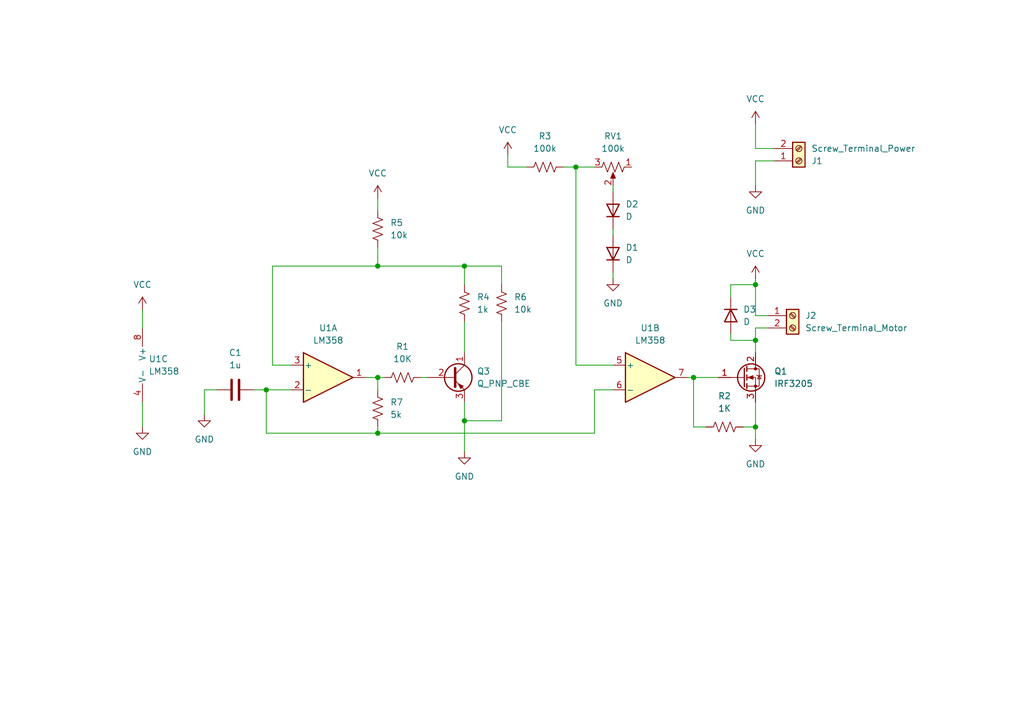
<source format=kicad_sch>
(kicad_sch (version 20231120) (generator "eeschema") (generator_version "8.0")
  (paper "A5")
  (lib_symbols
    (symbol "Amplifier_Operational:LM358" (pin_names (offset 0.127))
      (property "Reference" "U" (at 0 5.08 0))
      (property "Value" "LM358" (at 0 -5.08 0))
      (symbol "LM358_1_1"
        (polyline (pts (xy -5.08 5.08) (xy 5.08 0) (xy -5.08 -5.08) (xy -5.08 5.08)) (stroke (width 0.254)) (fill (type background)))
        (pin output line (at 7.62 0 180) (length 2.54) (name "~") (number "1"))
        (pin input line (at -7.62 -2.54 0) (length 2.54) (name "-") (number "2"))
        (pin input line (at -7.62 2.54 0) (length 2.54) (name "+") (number "3"))
      )
      (symbol "LM358_2_1"
        (polyline (pts (xy -5.08 5.08) (xy 5.08 0) (xy -5.08 -5.08) (xy -5.08 5.08)) (stroke (width 0.254)) (fill (type background)))
        (pin input line (at -7.62 2.54 0) (length 2.54) (name "+") (number "5"))
        (pin input line (at -7.62 -2.54 0) (length 2.54) (name "-") (number "6"))
        (pin output line (at 7.62 0 180) (length 2.54) (name "~") (number "7"))
      )
      (symbol "LM358_3_1"
        (pin power_in line (at -2.54 -7.62 90) (length 3.81) (name "V-") (number "4"))
        (pin power_in line (at -2.54 7.62 270) (length 3.81) (name "V+") (number "8"))
      )
    )
    (symbol "Connector:Screw_Terminal_01x02" (pin_names (offset 1.016) hide)
      (property "Reference" "J" (at 0 2.54 0))
      (property "Value" "Screw_Terminal_01x02" (at 0 -5.08 0))
      (symbol "Screw_Terminal_01x02_1_1"
        (rectangle (start -1.27 1.27) (end 1.27 -3.81) (stroke (width 0.254)) (fill (type background)))
        (circle (center 0 -2.54) (radius 0.635) (stroke (width 0.1524)))
        (polyline (pts (xy -0.5334 -2.2098) (xy 0.3302 -3.048)) (stroke (width 0.1524)))
        (polyline (pts (xy -0.5334 0.3302) (xy 0.3302 -0.508)) (stroke (width 0.1524)))
        (polyline (pts (xy -0.3556 -2.032) (xy 0.508 -2.8702)) (stroke (width 0.1524)))
        (polyline (pts (xy -0.3556 0.508) (xy 0.508 -0.3302)) (stroke (width 0.1524)))
        (circle (center 0 0) (radius 0.635) (stroke (width 0.1524)))
        (pin passive line (at -5.08 0 0) (length 3.81) (name "Pin_1") (number "1"))
        (pin passive line (at -5.08 -2.54 0) (length 3.81) (name "Pin_2") (number "2"))
      )
    )
    (symbol "Device:C" (pin_numbers hide) (pin_names (offset 0.254))
      (property "Reference" "C" (at 0.635 2.54 0))
      (property "Value" "C" (at 0.635 -2.54 0))
      (symbol "C_0_1"
        (polyline (pts (xy -2.032 -0.762) (xy 2.032 -0.762)) (stroke (width 0.508)))
        (polyline (pts (xy -2.032 0.762) (xy 2.032 0.762)) (stroke (width 0.508)))
      )
      (symbol "C_1_1"
        (pin passive line (at 0 3.81 270) (length 2.794) (name "~") (number "1"))
        (pin passive line (at 0 -3.81 90) (length 2.794) (name "~") (number "2"))
      )
    )
    (symbol "Device:D" (pin_numbers hide) (pin_names (offset 1.016) hide)
      (property "Reference" "D" (at 0 2.54 0))
      (property "Value" "D" (at 0 -2.54 0))
      (symbol "D_0_1"
        (polyline (pts (xy -1.27 1.27) (xy -1.27 -1.27)) (stroke (width 0.254)))
        (polyline (pts (xy 1.27 0) (xy -1.27 0)))
        (polyline (pts (xy 1.27 1.27) (xy 1.27 -1.27) (xy -1.27 0) (xy 1.27 1.27)) (stroke (width 0.254)))
      )
      (symbol "D_1_1"
        (pin passive line (at -3.81 0 0) (length 2.54) (name "K") (number "1"))
        (pin passive line (at 3.81 0 180) (length 2.54) (name "A") (number "2"))
      )
    )
    (symbol "Device:Q_PNP_CBE" (pin_names (offset 0) hide)
      (property "Reference" "Q" (at 5.08 1.27 0))
      (property "Value" "Q_PNP_CBE" (at 5.08 -1.27 0))
      (symbol "Q_PNP_CBE_0_1"
        (polyline (pts (xy 0.635 0.635) (xy 2.54 2.54)))
        (polyline (pts (xy 0.635 -0.635) (xy 2.54 -2.54) (xy 2.54 -2.54)))
        (polyline (pts (xy 0.635 1.905) (xy 0.635 -1.905) (xy 0.635 -1.905)) (stroke (width 0.508)))
        (polyline (pts (xy 2.286 -1.778) (xy 1.778 -2.286) (xy 1.27 -1.27) (xy 2.286 -1.778) (xy 2.286 -1.778)) (fill (type outline)))
        (circle (center 1.27 0) (radius 2.8194) (stroke (width 0.254)))
      )
      (symbol "Q_PNP_CBE_1_1"
        (pin passive line (at 2.54 5.08 270) (length 2.54) (name "C") (number "1"))
        (pin input line (at -5.08 0 0) (length 5.715) (name "B") (number "2"))
        (pin passive line (at 2.54 -5.08 90) (length 2.54) (name "E") (number "3"))
      )
    )
    (symbol "Device:R_Potentiometer_US" (pin_names (offset 1.016) hide)
      (property "Reference" "RV" (at -4.445 0 90))
      (property "Value" "R_Potentiometer_US" (at -2.54 0 90))
      (symbol "R_Potentiometer_US_0_1"
        (polyline (pts (xy 0 -2.286) (xy 0 -2.54)))
        (polyline (pts (xy 0 2.54) (xy 0 2.286)))
        (polyline (pts (xy 2.54 0) (xy 1.524 0)))
        (polyline (pts (xy 1.143 0) (xy 2.286 0.508) (xy 2.286 -0.508) (xy 1.143 0)) (fill (type outline)))
        (polyline (pts (xy 0 -0.762) (xy 1.016 -1.143) (xy 0 -1.524) (xy -1.016 -1.905) (xy 0 -2.286)))
        (polyline (pts (xy 0 0.762) (xy 1.016 0.381) (xy 0 0) (xy -1.016 -0.381) (xy 0 -0.762)))
        (polyline (pts (xy 0 2.286) (xy 1.016 1.905) (xy 0 1.524) (xy -1.016 1.143) (xy 0 0.762)))
      )
      (symbol "R_Potentiometer_US_1_1"
        (pin passive line (at 0 3.81 270) (length 1.27) (name "1") (number "1"))
        (pin passive line (at 3.81 0 180) (length 1.27) (name "2") (number "2"))
        (pin passive line (at 0 -3.81 90) (length 1.27) (name "3") (number "3"))
      )
    )
    (symbol "Device:R_US" (pin_numbers hide) (pin_names (offset 0))
      (property "Reference" "R" (at 2.54 0 90))
      (property "Value" "R_US" (at -2.54 0 90))
      (symbol "R_US_0_1"
        (polyline (pts (xy 0 -2.286) (xy 0 -2.54)))
        (polyline (pts (xy 0 2.286) (xy 0 2.54)))
        (polyline (pts (xy 0 -0.762) (xy 1.016 -1.143) (xy 0 -1.524) (xy -1.016 -1.905) (xy 0 -2.286)))
        (polyline (pts (xy 0 0.762) (xy 1.016 0.381) (xy 0 0) (xy -1.016 -0.381) (xy 0 -0.762)))
        (polyline (pts (xy 0 2.286) (xy 1.016 1.905) (xy 0 1.524) (xy -1.016 1.143) (xy 0 0.762)))
      )
      (symbol "R_US_1_1"
        (pin passive line (at 0 3.81 270) (length 1.27) (name "~") (number "1"))
        (pin passive line (at 0 -3.81 90) (length 1.27) (name "~") (number "2"))
      )
    )
    (symbol "Transistor_FET:IRF3205" (pin_names hide)
      (property "Reference" "Q" (at 5.08 1.905 0))
      (property "Value" "IRF3205" (at 5.08 0 0))
      (symbol "IRF3205_0_1"
        (polyline (pts (xy 0.254 0) (xy -2.54 0)))
        (polyline (pts (xy 0.254 1.905) (xy 0.254 -1.905)) (stroke (width 0.254)))
        (polyline (pts (xy 0.762 -1.27) (xy 0.762 -2.286)) (stroke (width 0.254)))
        (polyline (pts (xy 0.762 0.508) (xy 0.762 -0.508)) (stroke (width 0.254)))
        (polyline (pts (xy 0.762 2.286) (xy 0.762 1.27)) (stroke (width 0.254)))
        (polyline (pts (xy 2.54 2.54) (xy 2.54 1.778)))
        (polyline (pts (xy 2.54 -2.54) (xy 2.54 0) (xy 0.762 0)))
        (polyline (pts (xy 0.762 -1.778) (xy 3.302 -1.778) (xy 3.302 1.778) (xy 0.762 1.778)))
        (polyline (pts (xy 1.016 0) (xy 2.032 0.381) (xy 2.032 -0.381) (xy 1.016 0)) (fill (type outline)))
        (polyline (pts (xy 2.794 0.508) (xy 2.921 0.381) (xy 3.683 0.381) (xy 3.81 0.254)))
        (polyline (pts (xy 3.302 0.381) (xy 2.921 -0.254) (xy 3.683 -0.254) (xy 3.302 0.381)))
        (circle (center 1.651 0) (radius 2.794) (stroke (width 0.254)))
        (circle (center 2.54 -1.778) (radius 0.254) (fill (type outline)))
        (circle (center 2.54 1.778) (radius 0.254) (fill (type outline)))
      )
      (symbol "IRF3205_1_1"
        (pin input line (at -5.08 0 0) (length 2.54) (name "G") (number "1"))
        (pin passive line (at 2.54 5.08 270) (length 2.54) (name "D") (number "2"))
        (pin passive line (at 2.54 -5.08 90) (length 2.54) (name "S") (number "3"))
      )
    )
    (symbol "power:GND" (power) (pin_numbers hide) (pin_names (offset 0) hide)
      (property "Value" "GND" (at 0 -3.81 0))
      (symbol "GND_0_1"
        (polyline (pts (xy 0 0) (xy 0 -1.27) (xy 1.27 -1.27) (xy 0 -2.54) (xy -1.27 -1.27) (xy 0 -1.27)))
      )
      (symbol "GND_1_1"
        (pin power_in line (at 0 0 270) (length 0) (name "~") (number "1"))
      )
    )
    (symbol "power:VCC" (power) (pin_numbers hide) (pin_names (offset 0) hide)
      (property "Value" "VCC" (at 0 3.556 0))
      (symbol "VCC_0_1"
        (polyline (pts (xy -0.762 1.27) (xy 0 2.54)))
        (polyline (pts (xy 0 0) (xy 0 2.54)))
        (polyline (pts (xy 0 2.54) (xy 0.762 1.27)))
      )
      (symbol "VCC_1_1"
        (pin power_in line (at 0 0 90) (length 0) (name "~") (number "1"))
      )
    )
  )
  (junction (at 95.25 54.61))
  (junction (at 154.94 58.42))
  (junction (at 54.61 80.01))
  (junction (at 77.47 54.61))
  (junction (at 77.47 88.9))
  (junction (at 77.47 77.47))
  (junction (at 95.25 86.36))
  (junction (at 154.94 87.63))
  (junction (at 154.94 69.85))
  (junction (at 142.24 77.47))
  (junction (at 118.11 34.29))
  (wire (pts (xy 55.88 54.61) (xy 55.88 74.93)))
  (wire (pts (xy 102.87 58.42) (xy 102.87 54.61)))
  (wire (pts (xy 142.24 77.47) (xy 140.97 77.47)))
  (wire (pts (xy 154.94 38.1) (xy 154.94 33.02)))
  (wire (pts (xy 95.25 82.55) (xy 95.25 86.36)))
  (wire (pts (xy 95.25 86.36) (xy 95.25 92.71)))
  (wire (pts (xy 77.47 88.9) (xy 121.92 88.9)))
  (wire (pts (xy 154.94 82.55) (xy 154.94 87.63)))
  (wire (pts (xy 121.92 80.01) (xy 125.73 80.01)))
  (wire (pts (xy 125.73 38.1) (xy 125.73 39.37)))
  (wire (pts (xy 41.91 85.09) (xy 41.91 80.01)))
  (wire (pts (xy 118.11 34.29) (xy 121.92 34.29)))
  (wire (pts (xy 121.92 88.9) (xy 121.92 80.01)))
  (wire (pts (xy 154.94 30.48) (xy 154.94 25.4)))
  (wire (pts (xy 95.25 54.61) (xy 77.47 54.61)))
  (wire (pts (xy 77.47 54.61) (xy 55.88 54.61)))
  (wire (pts (xy 29.21 82.55) (xy 29.21 87.63)))
  (wire (pts (xy 104.14 34.29) (xy 107.95 34.29)))
  (wire (pts (xy 74.93 77.47) (xy 77.47 77.47)))
  (wire (pts (xy 77.47 87.63) (xy 77.47 88.9)))
  (wire (pts (xy 115.57 34.29) (xy 118.11 34.29)))
  (wire (pts (xy 95.25 66.04) (xy 95.25 72.39)))
  (wire (pts (xy 29.21 63.5) (xy 29.21 67.31)))
  (wire (pts (xy 154.94 64.77) (xy 154.94 58.42)))
  (wire (pts (xy 54.61 80.01) (xy 54.61 88.9)))
  (wire (pts (xy 149.86 69.85) (xy 154.94 69.85)))
  (wire (pts (xy 149.86 68.58) (xy 149.86 69.85)))
  (wire (pts (xy 125.73 46.99) (xy 125.73 48.26)))
  (wire (pts (xy 41.91 80.01) (xy 44.45 80.01)))
  (wire (pts (xy 55.88 74.93) (xy 59.69 74.93)))
  (wire (pts (xy 118.11 74.93) (xy 118.11 34.29)))
  (wire (pts (xy 86.36 77.47) (xy 87.63 77.47)))
  (wire (pts (xy 102.87 66.04) (xy 102.87 86.36)))
  (wire (pts (xy 154.94 67.31) (xy 154.94 69.85)))
  (wire (pts (xy 154.94 87.63) (xy 154.94 90.17)))
  (wire (pts (xy 95.25 54.61) (xy 95.25 58.42)))
  (wire (pts (xy 54.61 88.9) (xy 77.47 88.9)))
  (wire (pts (xy 125.73 55.88) (xy 125.73 57.15)))
  (wire (pts (xy 102.87 86.36) (xy 95.25 86.36)))
  (wire (pts (xy 77.47 40.64) (xy 77.47 43.18)))
  (wire (pts (xy 149.86 60.96) (xy 149.86 58.42)))
  (wire (pts (xy 154.94 30.48) (xy 158.75 30.48)))
  (wire (pts (xy 149.86 58.42) (xy 154.94 58.42)))
  (wire (pts (xy 152.4 87.63) (xy 154.94 87.63)))
  (wire (pts (xy 142.24 87.63) (xy 144.78 87.63)))
  (wire (pts (xy 77.47 50.8) (xy 77.47 54.61)))
  (wire (pts (xy 102.87 54.61) (xy 95.25 54.61)))
  (wire (pts (xy 154.94 58.42) (xy 154.94 57.15)))
  (wire (pts (xy 59.69 80.01) (xy 54.61 80.01)))
  (wire (pts (xy 157.48 64.77) (xy 154.94 64.77)))
  (wire (pts (xy 147.32 77.47) (xy 142.24 77.47)))
  (wire (pts (xy 125.73 74.93) (xy 118.11 74.93)))
  (wire (pts (xy 52.07 80.01) (xy 54.61 80.01)))
  (wire (pts (xy 142.24 77.47) (xy 142.24 87.63)))
  (wire (pts (xy 104.14 31.75) (xy 104.14 34.29)))
  (wire (pts (xy 77.47 77.47) (xy 77.47 80.01)))
  (wire (pts (xy 77.47 77.47) (xy 78.74 77.47)))
  (wire (pts (xy 154.94 33.02) (xy 158.75 33.02)))
  (wire (pts (xy 154.94 69.85) (xy 154.94 72.39)))
  (wire (pts (xy 157.48 67.31) (xy 154.94 67.31)))
  (symbol (lib_id "Connector:Screw_Terminal_01x02") (at 163.83 33.02 0) (mirror x) (unit 1)
    (property "Reference" "J1" (at 166.37 33.0201 0) (effects (justify left)))
    (property "Value" "Screw_Terminal_Power" (at 166.37 30.4801 0) (effects (justify left)))
    (property "Footprint" "TerminalBlock:TerminalBlock_Altech_AK300-2_P5.00mm" (effects (hide yes)))
    (property "Description" "Generic screw terminal, single row, 01x02, script generated (kicad-library-utils/schlib/autogen/connector/)" (effects (hide yes)))
  )
  (symbol (lib_id "Device:C") (at 48.26 80.01 90) (unit 1)
    (property "Reference" "C1" (at 48.26 72.39 90))
    (property "Value" "1u" (at 48.26 74.93 90))
    (property "Footprint" "Capacitor_THT:C_Disc_D5.1mm_W3.2mm_P5.00mm" (effects (hide yes)))
    (property "Description" "Unpolarized capacitor" (effects (hide yes)))
  )
  (symbol (lib_id "Device:R_US") (at 111.76 34.29 90) (unit 1)
    (property "Reference" "R3" (at 111.76 27.94 90))
    (property "Value" "100k" (at 111.76 30.48 90))
    (property "Footprint" "Resistor_THT:R_Axial_DIN0207_L6.3mm_D2.5mm_P7.62mm_Horizontal" (effects (hide yes)))
    (property "Description" "Resistor, US symbol" (effects (hide yes)))
  )
  (symbol (lib_id "Device:D") (at 149.86 64.77 270) (unit 1)
    (property "Reference" "D3" (at 152.4 63.4999 90) (effects (justify left)))
    (property "Value" "D" (at 152.4 66.0399 90) (effects (justify left)))
    (property "Footprint" "Diode_THT:D_DO-35_SOD27_P5.08mm_Vertical_KathodeUp" (effects (hide yes)))
    (property "Description" "Diode" (effects (hide yes)))
    (property "Sim.Device" "D" (effects (hide yes)))
    (property "Sim.Pins" "1=K 2=A" (effects (hide yes)))
  )
  (symbol (lib_id "Device:R_US") (at 77.47 83.82 0) (unit 1)
    (property "Reference" "R7" (at 80.01 82.5499 0) (effects (justify left)))
    (property "Value" "5k" (at 80.01 85.0899 0) (effects (justify left)))
    (property "Footprint" "Resistor_THT:R_Axial_DIN0207_L6.3mm_D2.5mm_P2.54mm_Vertical" (effects (hide yes)))
    (property "Description" "Resistor, US symbol" (effects (hide yes)))
  )
  (symbol (lib_id "power:VCC") (at 154.94 57.15 0) (unit 1)
    (property "Reference" "#PWR06" (effects (hide yes)))
    (property "Value" "VCC" (at 154.94 52.07 0))
    (property "Description" "Power symbol creates a global label with name \"VCC\"" (effects (hide yes)))
  )
  (symbol (lib_id "power:GND") (at 125.73 57.15 0) (unit 1)
    (property "Reference" "#PWR08" (effects (hide yes)))
    (property "Value" "GND" (at 125.73 62.23 0))
    (property "Description" "Power symbol creates a global label with name \"GND\" , ground" (effects (hide yes)))
  )
  (symbol (lib_id "power:VCC") (at 29.21 63.5 0) (unit 1)
    (property "Reference" "#PWR03" (effects (hide yes)))
    (property "Value" "VCC" (at 29.21 58.42 0))
    (property "Description" "Power symbol creates a global label with name \"VCC\"" (effects (hide yes)))
  )
  (symbol (lib_id "Connector:Screw_Terminal_01x02") (at 162.56 64.77 0) (unit 1)
    (property "Reference" "J2" (at 165.1 64.7699 0) (effects (justify left)))
    (property "Value" "Screw_Terminal_Motor" (at 165.1 67.3099 0) (effects (justify left)))
    (property "Footprint" "TerminalBlock:TerminalBlock_Altech_AK300-2_P5.00mm" (effects (hide yes)))
    (property "Description" "Generic screw terminal, single row, 01x02, script generated (kicad-library-utils/schlib/autogen/connector/)" (effects (hide yes)))
  )
  (symbol (lib_id "power:GND") (at 95.25 92.71 0) (unit 1)
    (property "Reference" "#PWR07" (effects (hide yes)))
    (property "Value" "GND" (at 95.25 97.79 0))
    (property "Description" "Power symbol creates a global label with name \"GND\" , ground" (effects (hide yes)))
  )
  (symbol (lib_id "Device:D") (at 125.73 52.07 90) (unit 1)
    (property "Reference" "D1" (at 128.27 50.7999 90) (effects (justify right)))
    (property "Value" "D" (at 128.27 53.3399 90) (effects (justify right)))
    (property "Footprint" "Diode_THT:D_DO-35_SOD27_P7.62mm_Horizontal" (effects (hide yes)))
    (property "Description" "Diode" (effects (hide yes)))
    (property "Sim.Device" "D" (effects (hide yes)))
    (property "Sim.Pins" "1=K 2=A" (effects (hide yes)))
  )
  (symbol (lib_id "Device:Q_PNP_CBE") (at 92.71 77.47 0) (unit 1)
    (property "Reference" "Q3" (at 97.79 76.1999 0) (effects (justify left)))
    (property "Value" "Q_PNP_CBE" (at 97.79 78.7399 0) (effects (justify left)))
    (property "Footprint" "Package_TO_SOT_THT:TO-92_Inline_Wide" (effects (hide yes)))
    (property "Description" "PNP transistor, collector/base/emitter" (effects (hide yes)))
  )
  (symbol (lib_id "power:GND") (at 29.21 87.63 0) (unit 1)
    (property "Reference" "#PWR04" (effects (hide yes)))
    (property "Value" "GND" (at 29.21 92.71 0))
    (property "Description" "Power symbol creates a global label with name \"GND\" , ground" (effects (hide yes)))
  )
  (symbol (lib_id "power:VCC") (at 154.94 25.4 0) (unit 1)
    (property "Reference" "#PWR02" (effects (hide yes)))
    (property "Value" "VCC" (at 154.94 20.32 0))
    (property "Description" "Power symbol creates a global label with name \"VCC\"" (effects (hide yes)))
  )
  (symbol (lib_id "Device:R_US") (at 82.55 77.47 90) (unit 1)
    (property "Reference" "R1" (at 82.55 71.12 90))
    (property "Value" "10K" (at 82.55 73.66 90))
    (property "Footprint" "Resistor_THT:R_Axial_DIN0207_L6.3mm_D2.5mm_P5.08mm_Vertical" (effects (hide yes)))
    (property "Description" "Resistor, US symbol" (effects (hide yes)))
  )
  (symbol (lib_id "power:VCC") (at 77.47 40.64 0) (unit 1)
    (property "Reference" "#PWR010" (effects (hide yes)))
    (property "Value" "VCC" (at 77.47 35.56 0))
    (property "Description" "Power symbol creates a global label with name \"VCC\"" (effects (hide yes)))
  )
  (symbol (lib_id "power:VCC") (at 104.14 31.75 0) (unit 1)
    (property "Reference" "#PWR09" (effects (hide yes)))
    (property "Value" "VCC" (at 104.14 26.67 0))
    (property "Description" "Power symbol creates a global label with name \"VCC\"" (effects (hide yes)))
  )
  (symbol (lib_id "Device:R_US") (at 77.47 46.99 180) (unit 1)
    (property "Reference" "R5" (at 80.01 45.7199 0) (effects (justify right)))
    (property "Value" "10k" (at 80.01 48.2599 0) (effects (justify right)))
    (property "Footprint" "Resistor_THT:R_Axial_DIN0207_L6.3mm_D2.5mm_P10.16mm_Horizontal" (effects (hide yes)))
    (property "Description" "Resistor, US symbol" (effects (hide yes)))
  )
  (symbol (lib_id "power:GND") (at 154.94 90.17 0) (unit 1)
    (property "Reference" "#PWR05" (effects (hide yes)))
    (property "Value" "GND" (at 154.94 95.25 0))
    (property "Description" "Power symbol creates a global label with name \"GND\" , ground" (effects (hide yes)))
  )
  (symbol (lib_id "Device:D") (at 125.73 43.18 90) (unit 1)
    (property "Reference" "D2" (at 128.27 41.9099 90) (effects (justify right)))
    (property "Value" "D" (at 128.27 44.4499 90) (effects (justify right)))
    (property "Footprint" "Diode_THT:D_DO-35_SOD27_P2.54mm_Vertical_KathodeUp" (effects (hide yes)))
    (property "Description" "Diode" (effects (hide yes)))
    (property "Sim.Device" "D" (effects (hide yes)))
    (property "Sim.Pins" "1=K 2=A" (effects (hide yes)))
  )
  (symbol (lib_id "Device:R_US") (at 148.59 87.63 90) (unit 1)
    (property "Reference" "R2" (at 148.59 81.28 90))
    (property "Value" "1K" (at 148.59 83.82 90))
    (property "Footprint" "Resistor_THT:R_Axial_DIN0207_L6.3mm_D2.5mm_P5.08mm_Vertical" (effects (hide yes)))
    (property "Description" "Resistor, US symbol" (effects (hide yes)))
  )
  (symbol (lib_id "Amplifier_Operational:LM358") (at 31.75 74.93 0) (unit 3)
    (property "Reference" "U1" (at 30.48 73.6599 0) (effects (justify left)))
    (property "Value" "LM358" (at 30.48 76.1999 0) (effects (justify left)))
    (property "Footprint" "Package_DIP:DIP-8_W7.62mm" (effects (hide yes)))
    (property "Datasheet" "http://www.ti.com/lit/ds/symlink/lm2904-n.pdf" (effects (hide yes)))
    (property "Description" "Low-Power, Dual Operational Amplifiers, DIP-8/SOIC-8/TO-99-8" (effects (hide yes)))
  )
  (symbol (lib_id "Device:R_US") (at 95.25 62.23 180) (unit 1)
    (property "Reference" "R4" (at 97.79 60.9599 0) (effects (justify right)))
    (property "Value" "1k" (at 97.79 63.4999 0) (effects (justify right)))
    (property "Footprint" "Resistor_THT:R_Axial_DIN0207_L6.3mm_D2.5mm_P5.08mm_Vertical" (effects (hide yes)))
    (property "Description" "Resistor, US symbol" (effects (hide yes)))
  )
  (symbol (lib_id "Transistor_FET:IRF3205") (at 152.4 77.47 0) (unit 1)
    (property "Reference" "Q1" (at 158.75 76.1999 0) (effects (justify left)))
    (property "Value" "IRF3205" (at 158.75 78.7399 0) (effects (justify left)))
    (property "Footprint" "Package_TO_SOT_THT:TO-220-3_Vertical" (effects (hide yes)))
    (property "Datasheet" "http://www.irf.com/product-info/datasheets/data/irf3205.pdf" (effects (hide yes)))
    (property "Description" "110A Id, 55V Vds, Single N-Channel HEXFET Power MOSFET, 8mOhm Ron, TO-220AB" (effects (hide yes)))
  )
  (symbol (lib_id "Amplifier_Operational:LM358") (at 67.31 77.47 0) (unit 1)
    (property "Reference" "U1" (at 67.31 67.31 0))
    (property "Value" "LM358" (at 67.31 69.85 0))
    (property "Footprint" "Package_DIP:DIP-8_W7.62mm" (effects (hide yes)))
    (property "Datasheet" "http://www.ti.com/lit/ds/symlink/lm2904-n.pdf" (effects (hide yes)))
    (property "Description" "Low-Power, Dual Operational Amplifiers, DIP-8/SOIC-8/TO-99-8" (effects (hide yes)))
  )
  (symbol (lib_id "power:GND") (at 41.91 85.09 0) (unit 1)
    (property "Reference" "#PWR011" (effects (hide yes)))
    (property "Value" "GND" (at 41.91 90.17 0))
    (property "Description" "Power symbol creates a global label with name \"GND\" , ground" (effects (hide yes)))
  )
  (symbol (lib_id "Device:R_Potentiometer_US") (at 125.73 34.29 270) (unit 1)
    (property "Reference" "RV1" (at 125.73 27.94 90))
    (property "Value" "100k" (at 125.73 30.48 90))
    (property "Footprint" "Connector_PinHeader_2.54mm:PinHeader_1x03_P2.54mm_Vertical" (effects (hide yes)))
    (property "Description" "Potentiometer, US symbol" (effects (hide yes)))
  )
  (symbol (lib_id "power:GND") (at 154.94 38.1 0) (unit 1)
    (property "Reference" "#PWR01" (effects (hide yes)))
    (property "Value" "GND" (at 154.94 43.18 0))
    (property "Description" "Power symbol creates a global label with name \"GND\" , ground" (effects (hide yes)))
  )
  (symbol (lib_id "Device:R_US") (at 102.87 62.23 180) (unit 1)
    (property "Reference" "R6" (at 105.41 60.9599 0) (effects (justify right)))
    (property "Value" "10k" (at 105.41 63.4999 0) (effects (justify right)))
    (property "Footprint" "Resistor_THT:R_Axial_DIN0207_L6.3mm_D2.5mm_P7.62mm_Horizontal" (effects (hide yes)))
    (property "Description" "Resistor, US symbol" (effects (hide yes)))
  )
  (symbol (lib_id "Amplifier_Operational:LM358") (at 133.35 77.47 0) (unit 2)
    (property "Reference" "U1" (at 133.35 67.31 0))
    (property "Value" "LM358" (at 133.35 69.85 0))
    (property "Footprint" "Package_DIP:DIP-8_W7.62mm" (effects (hide yes)))
    (property "Datasheet" "http://www.ti.com/lit/ds/symlink/lm2904-n.pdf" (effects (hide yes)))
    (property "Description" "Low-Power, Dual Operational Amplifiers, DIP-8/SOIC-8/TO-99-8" (effects (hide yes)))
  )
)
</source>
